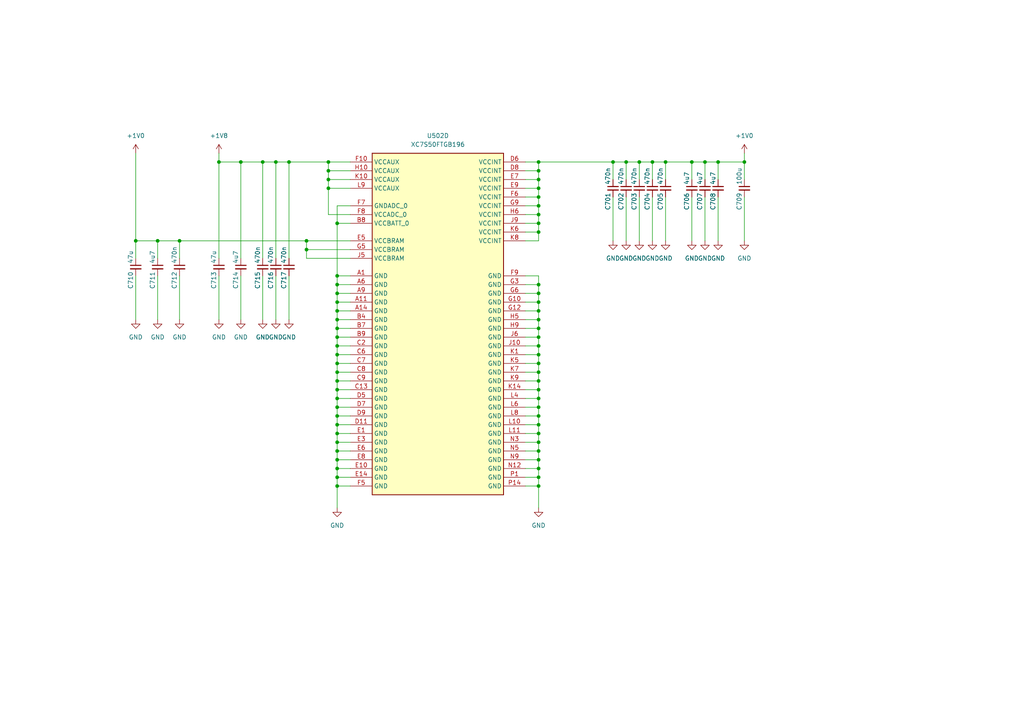
<source format=kicad_sch>
(kicad_sch (version 20250114) (generator "eeschema") (generator_version "9.0")
  (paper "A4")
  (lib_symbols
    (symbol "Device:C_Small" (pin_numbers (hide yes)) (pin_names (offset 0.254) (hide yes))
      (property "Reference" "C" (at 0.254 1.778 0))
      (property "Value" "C_Small" (at 0.254 -2.032 0))
      (symbol "C_Small_0_1"
        (polyline (pts (xy -1.524 0.508) (xy 1.524 0.508)) (stroke (width 0.3048)))
        (polyline (pts (xy -1.524 -0.508) (xy 1.524 -0.508)) (stroke (width 0.3302)))
      )
      (symbol "C_Small_1_1"
        (pin passive line (at 0 2.54 270) (length 2.032) (name "~") (number "1"))
        (pin passive line (at 0 -2.54 90) (length 2.032) (name "~") (number "2"))
      )
    )
    (symbol "FPGA-Devel:XC7S50FTGB196"
      (property "Reference" "U" (at 1.016 -1.524 0))
      (property "Value" "XC7S50FTGB196" (at 30.226 -1.524 0))
      (symbol "XC7S50FTGB196_1_1"
        (rectangle (start 0 129.54) (end 38.1 0) (stroke (width 0.254)) (fill (type background)))
        (pin power_in line (at -6.35 127 0) (length 6.35) (name "VCCO_14") (number "G13"))
        (pin power_in line (at -6.35 124.46 0) (length 6.35) (name "VCCO_14") (number "K13"))
        (pin power_in line (at -6.35 121.92 0) (length 6.35) (name "VCCO_14") (number "N13"))
        (pin bidirectional line (at 44.45 127 180) (length 6.35) (name "IO_0_14") (number "E11"))
        (pin bidirectional line (at 44.45 124.46 180) (length 6.35) (name "IO_L1P_T0_D00_MOSI_14") (number "B11"))
        (pin bidirectional line (at 44.45 121.92 180) (length 6.35) (name "IO_L1N_T0_D01_DIN_14") (number "B12"))
        (pin bidirectional line (at 44.45 119.38 180) (length 6.35) (name "IO_L2P_T0_D02_14") (number "D10"))
        (pin bidirectional line (at 44.45 116.84 180) (length 6.35) (name "IO_L2N_T0_D03_14") (number "C10"))
        (pin bidirectional line (at 44.45 114.3 180) (length 6.35) (name "IO_L3P_T0_DQS_PUDC_B_14") (number "B10"))
        (pin bidirectional line (at 44.45 111.76 180) (length 6.35) (name "IO_L3N_T0_DQS_EMCCLK_14") (number "A10"))
        (pin bidirectional line (at 44.45 109.22 180) (length 6.35) (name "IO_L4P_T0_D04_14") (number "A12"))
        (pin bidirectional line (at 44.45 106.68 180) (length 6.35) (name "IO_L4N_T0_D05_14") (number "A13"))
        (pin bidirectional line (at 44.45 104.14 180) (length 6.35) (name "IO_L5P_T0_D06_14") (number "B13"))
        (pin bidirectional line (at 44.45 101.6 180) (length 6.35) (name "IO_L5N_T0_D07_14") (number "B14"))
        (pin bidirectional line (at 44.45 99.06 180) (length 6.35) (name "IO_L6P_T0_FCS_B_14") (number "C11"))
        (pin bidirectional line (at 44.45 96.52 180) (length 6.35) (name "IO_L6N_T0_D08_VREF_14") (number "C12"))
        (pin bidirectional line (at 44.45 93.98 180) (length 6.35) (name "IO_L7P_T1_D09_14") (number "F12"))
        (pin bidirectional line (at 44.45 91.44 180) (length 6.35) (name "IO_L7N_T1_D10_14") (number "E12"))
        (pin bidirectional line (at 44.45 88.9 180) (length 6.35) (name "IO_L8P_T1_D11_14") (number "D12"))
        (pin bidirectional line (at 44.45 86.36 180) (length 6.35) (name "IO_L8N_T1_D12_14") (number "D13"))
        (pin bidirectional line (at 44.45 83.82 180) (length 6.35) (name "IO_L9P_T1_DQS_14") (number "G14"))
        (pin bidirectional line (at 44.45 81.28 180) (length 6.35) (name "IO_L9N_T1_DQS_D13_14") (number "F14"))
        (pin bidirectional line (at 44.45 78.74 180) (length 6.35) (name "IO_L10P_T1_D14_14") (number "F13"))
        (pin bidirectional line (at 44.45 76.2 180) (length 6.35) (name "IO_L10N_T1_D15_14") (number "E13"))
        (pin bidirectional line (at 44.45 73.66 180) (length 6.35) (name "IO_L11P_T1_SRCC_14") (number "D14"))
        (pin bidirectional line (at 44.45 71.12 180) (length 6.35) (name "IO_L11N_T1_SRCC_14") (number "C14"))
        (pin bidirectional line (at 44.45 68.58 180) (length 6.35) (name "IO_L12P_T1_MRCC_14") (number "G11"))
        (pin bidirectional line (at 44.45 66.04 180) (length 6.35) (name "IO_L12N_T1_MRCC_14") (number "F11"))
        (pin bidirectional line (at 44.45 63.5 180) (length 6.35) (name "IO_L13P_T2_MRCC_14") (number "H11"))
        (pin bidirectional line (at 44.45 60.96 180) (length 6.35) (name "IO_L13N_T2_MRCC_14") (number "H12"))
        (pin bidirectional line (at 44.45 58.42 180) (length 6.35) (name "IO_L14P_T2_SRCC_14") (number "H13"))
        (pin bidirectional line (at 44.45 55.88 180) (length 6.35) (name "IO_L14N_T2_SRCC_14") (number "H14"))
        (pin bidirectional line (at 44.45 53.34 180) (length 6.35) (name "IO_L15P_T2_DQS_RDWR_B_14") (number "M13"))
        (pin bidirectional line (at 44.45 50.8 180) (length 6.35) (name "IO_L15N_T2_DQS_DOUT_CSO_B_14") (number "L14"))
        (pin bidirectional line (at 44.45 48.26 180) (length 6.35) (name "IO_L16P_T2_CSI_B_14") (number "L12"))
        (pin bidirectional line (at 44.45 45.72 180) (length 6.35) (name "IO_L16N_T2_A15_D31_14") (number "L13"))
        (pin bidirectional line (at 44.45 43.18 180) (length 6.35) (name "IO_L17P_T2_A14_D30_14") (number "J11"))
        (pin bidirectional line (at 44.45 40.64 180) (length 6.35) (name "IO_L17N_T2_A13_D29_14") (number "J12"))
        (pin bidirectional line (at 44.45 38.1 180) (length 6.35) (name "IO_L18P_T2_A12_D28_14") (number "J13"))
        (pin bidirectional line (at 44.45 35.56 180) (length 6.35) (name "IO_L18N_T2_A11_D27_14") (number "J14"))
        (pin bidirectional line (at 44.45 33.02 180) (length 6.35) (name "IO_L19P_T3_A10_D26_14") (number "K11"))
        (pin bidirectional line (at 44.45 30.48 180) (length 6.35) (name "IO_L19N_T3_A09_D25_VREF_14") (number "K12"))
        (pin bidirectional line (at 44.45 27.94 180) (length 6.35) (name "IO_L20P_T3_A08_D24_14") (number "M11"))
        (pin bidirectional line (at 44.45 25.4 180) (length 6.35) (name "IO_L20N_T3_A07_D23_14") (number "M12"))
        (pin bidirectional line (at 44.45 22.86 180) (length 6.35) (name "IO_L21P_T3_DQS_14") (number "N14"))
        (pin bidirectional line (at 44.45 20.32 180) (length 6.35) (name "IO_L21N_T3_DQS_A06_D22_14") (number "M14"))
        (pin bidirectional line (at 44.45 17.78 180) (length 6.35) (name "IO_L22P_T3_A05_D21_14") (number "P12"))
        (pin bidirectional line (at 44.45 15.24 180) (length 6.35) (name "IO_L22N_T3_A04_D20_14") (number "P13"))
        (pin bidirectional line (at 44.45 12.7 180) (length 6.35) (name "IO_L23P_T3_A03_D19_14") (number "N10"))
        (pin bidirectional line (at 44.45 10.16 180) (length 6.35) (name "IO_L23N_T3_A02_D18_14") (number "N11"))
        (pin bidirectional line (at 44.45 7.62 180) (length 6.35) (name "IO_L24P_T3_A01_D17_14") (number "P10"))
        (pin bidirectional line (at 44.45 5.08 180) (length 6.35) (name "IO_L24N_T3_A00_D16_14") (number "P11"))
        (pin bidirectional line (at 44.45 2.54 180) (length 6.35) (name "IO_25_14") (number "M10"))
      )
      (symbol "XC7S50FTGB196_2_1"
        (rectangle (start 0 129.54) (end 38.1 0) (stroke (width 0.254)) (fill (type background)))
        (pin power_in line (at -6.35 127 0) (length 6.35) (name "VCCO_34") (number "G2"))
        (pin power_in line (at -6.35 124.46 0) (length 6.35) (name "VCCO_34") (number "K2"))
        (pin power_in line (at -6.35 121.92 0) (length 6.35) (name "VCCO_34") (number "N2"))
        (pin bidirectional line (at 44.45 127 180) (length 6.35) (name "IO_0_34") (number "B6"))
        (pin bidirectional line (at 44.45 124.46 180) (length 6.35) (name "IO_L1P_T0_34") (number "D3"))
        (pin bidirectional line (at 44.45 121.92 180) (length 6.35) (name "IO_L1N_T0_34") (number "C3"))
        (pin bidirectional line (at 44.45 119.38 180) (length 6.35) (name "IO_L2P_T0_34") (number "A4"))
        (pin bidirectional line (at 44.45 116.84 180) (length 6.35) (name "IO_L2N_T0_34") (number "A3"))
        (pin bidirectional line (at 44.45 114.3 180) (length 6.35) (name "IO_L3P_T0_DQS_34") (number "B3"))
        (pin bidirectional line (at 44.45 111.76 180) (length 6.35) (name "IO_L3N_T0_DQS_34") (number "A2"))
        (pin bidirectional line (at 44.45 109.22 180) (length 6.35) (name "IO_L4P_T0_34") (number "B5"))
        (pin bidirectional line (at 44.45 106.68 180) (length 6.35) (name "IO_L4N_T0_34") (number "A5"))
        (pin bidirectional line (at 44.45 104.14 180) (length 6.35) (name "IO_L5P_T0_34") (number "B2"))
        (pin bidirectional line (at 44.45 101.6 180) (length 6.35) (name "IO_L5N_T0_34") (number "B1"))
        (pin bidirectional line (at 44.45 99.06 180) (length 6.35) (name "IO_L6P_T0_34") (number "C5"))
        (pin bidirectional line (at 44.45 96.52 180) (length 6.35) (name "IO_L6N_T0_VREF_34") (number "C4"))
        (pin bidirectional line (at 44.45 93.98 180) (length 6.35) (name "IO_L7P_T1_34") (number "E4"))
        (pin bidirectional line (at 44.45 91.44 180) (length 6.35) (name "IO_L7N_T1_34") (number "D4"))
        (pin bidirectional line (at 44.45 88.9 180) (length 6.35) (name "IO_L8P_T1_34") (number "F3"))
        (pin bidirectional line (at 44.45 86.36 180) (length 6.35) (name "IO_L8N_T1_34") (number "F2"))
        (pin bidirectional line (at 44.45 83.82 180) (length 6.35) (name "IO_L9P_T1_DQS_34") (number "G1"))
        (pin bidirectional line (at 44.45 81.28 180) (length 6.35) (name "IO_L9N_T1_DQS_34") (number "F1"))
        (pin bidirectional line (at 44.45 78.74 180) (length 6.35) (name "IO_L10P_T1_34") (number "E2"))
        (pin bidirectional line (at 44.45 76.2 180) (length 6.35) (name "IO_L10N_T1_34") (number "D2"))
        (pin bidirectional line (at 44.45 73.66 180) (length 6.35) (name "IO_L11P_T1_SRCC_34") (number "D1"))
        (pin bidirectional line (at 44.45 71.12 180) (length 6.35) (name "IO_L11N_T1_SRCC_34") (number "C1"))
        (pin bidirectional line (at 44.45 68.58 180) (length 6.35) (name "IO_L12P_T1_MRCC_34") (number "G4"))
        (pin bidirectional line (at 44.45 66.04 180) (length 6.35) (name "IO_L12N_T1_MRCC_34") (number "F4"))
        (pin bidirectional line (at 44.45 63.5 180) (length 6.35) (name "IO_L13P_T2_MRCC_34") (number "H4"))
        (pin bidirectional line (at 44.45 60.96 180) (length 6.35) (name "IO_L13N_T2_MRCC_34") (number "H3"))
        (pin bidirectional line (at 44.45 58.42 180) (length 6.35) (name "IO_L14P_T2_SRCC_34") (number "H2"))
        (pin bidirectional line (at 44.45 55.88 180) (length 6.35) (name "IO_L14N_T2_SRCC_34") (number "H1"))
        (pin bidirectional line (at 44.45 53.34 180) (length 6.35) (name "IO_L15P_T2_DQS_34") (number "J2"))
        (pin bidirectional line (at 44.45 50.8 180) (length 6.35) (name "IO_L15N_T2_DQS_34") (number "J1"))
        (pin bidirectional line (at 44.45 48.26 180) (length 6.35) (name "IO_L16P_T2_34") (number "K4"))
        (pin bidirectional line (at 44.45 45.72 180) (length 6.35) (name "IO_L16N_T2_34") (number "K3"))
        (pin bidirectional line (at 44.45 43.18 180) (length 6.35) (name "IO_L17P_T2_34") (number "J4"))
        (pin bidirectional line (at 44.45 40.64 180) (length 6.35) (name "IO_L17N_T2_34") (number "J3"))
        (pin bidirectional line (at 44.45 38.1 180) (length 6.35) (name "IO_L18P_T2_34") (number "M1"))
        (pin bidirectional line (at 44.45 35.56 180) (length 6.35) (name "IO_L18N_T2_34") (number "L1"))
        (pin bidirectional line (at 44.45 33.02 180) (length 6.35) (name "IO_L19P_T3_34") (number "M3"))
        (pin bidirectional line (at 44.45 30.48 180) (length 6.35) (name "IO_L19N_T3_VREF_34") (number "M2"))
        (pin bidirectional line (at 44.45 27.94 180) (length 6.35) (name "IO_L20P_T3_34") (number "P2"))
        (pin bidirectional line (at 44.45 25.4 180) (length 6.35) (name "IO_L20N_T3_34") (number "N1"))
        (pin bidirectional line (at 44.45 22.86 180) (length 6.35) (name "IO_L21P_T3_DQS_34") (number "P4"))
        (pin bidirectional line (at 44.45 20.32 180) (length 6.35) (name "IO_L21N_T3_DQS_34") (number "P3"))
        (pin bidirectional line (at 44.45 17.78 180) (length 6.35) (name "IO_L22P_T3_34") (number "L3"))
        (pin bidirectional line (at 44.45 15.24 180) (length 6.35) (name "IO_L22N_T3_34") (number "L2"))
        (pin bidirectional line (at 44.45 12.7 180) (length 6.35) (name "IO_L23P_T3_34") (number "M5"))
        (pin bidirectional line (at 44.45 10.16 180) (length 6.35) (name "IO_L23N_T3_34") (number "M4"))
        (pin bidirectional line (at 44.45 7.62 180) (length 6.35) (name "IO_L24P_T3_34") (number "P5"))
        (pin bidirectional line (at 44.45 5.08 180) (length 6.35) (name "IO_L24N_T3_34") (number "N4"))
        (pin bidirectional line (at 44.45 2.54 180) (length 6.35) (name "IO_25_34") (number "L5"))
      )
      (symbol "XC7S50FTGB196_3_1"
        (rectangle (start 0 63.5) (end 38.1 0) (stroke (width 0.254)) (fill (type background)))
        (pin power_in line (at -6.35 60.96 0) (length 6.35) (name "VCCO_0") (number "N8"))
        (pin power_in line (at -6.35 58.42 0) (length 6.35) (name "VCCO_0") (number "N6"))
        (pin bidirectional line (at 44.45 60.96 180) (length 6.35) (name "TDI_0") (number "P7"))
        (pin bidirectional line (at 44.45 58.42 180) (length 6.35) (name "TDO_0") (number "P6"))
        (pin bidirectional line (at 44.45 55.88 180) (length 6.35) (name "TMS_0") (number "M6"))
        (pin bidirectional line (at 44.45 53.34 180) (length 6.35) (name "TCK_0") (number "A7"))
        (pin bidirectional line (at 44.45 48.26 180) (length 6.35) (name "CCLK_0") (number "A8"))
        (pin bidirectional line (at 44.45 45.72 180) (length 6.35) (name "M0_0") (number "M7"))
        (pin bidirectional line (at 44.45 43.18 180) (length 6.35) (name "M1_0") (number "M8"))
        (pin bidirectional line (at 44.45 40.64 180) (length 6.35) (name "M2_0") (number "M9"))
        (pin bidirectional line (at 44.45 35.56 180) (length 6.35) (name "DONE_0") (number "P9"))
        (pin bidirectional line (at 44.45 33.02 180) (length 6.35) (name "INIT_B_0") (number "P8"))
        (pin bidirectional line (at 44.45 30.48 180) (length 6.35) (name "PROGRAM_B_0") (number "L7"))
        (pin bidirectional line (at 44.45 25.4 180) (length 6.35) (name "CFGBVS_0") (number "N7"))
        (pin bidirectional line (at 44.45 20.32 180) (length 6.35) (name "VP_0") (number "G8"))
        (pin bidirectional line (at 44.45 17.78 180) (length 6.35) (name "VN_0") (number "H7"))
        (pin bidirectional line (at 44.45 12.7 180) (length 6.35) (name "VREFP_0") (number "H8"))
        (pin bidirectional line (at 44.45 10.16 180) (length 6.35) (name "VREFN_0") (number "G7"))
        (pin bidirectional line (at 44.45 5.08 180) (length 6.35) (name "DXP_0") (number "J8"))
        (pin bidirectional line (at 44.45 2.54 180) (length 6.35) (name "DXN_0") (number "J7"))
      )
      (symbol "XC7S50FTGB196_4_1"
        (rectangle (start 0 99.06) (end 38.1 0) (stroke (width 0.254)) (fill (type background)))
        (pin power_in line (at -6.35 96.52 0) (length 6.35) (name "VCCAUX") (number "F10"))
        (pin power_in line (at -6.35 93.98 0) (length 6.35) (name "VCCAUX") (number "H10"))
        (pin power_in line (at -6.35 91.44 0) (length 6.35) (name "VCCAUX") (number "K10"))
        (pin power_in line (at -6.35 88.9 0) (length 6.35) (name "VCCAUX") (number "L9"))
        (pin power_in line (at -6.35 83.82 0) (length 6.35) (name "GNDADC_0") (number "F7"))
        (pin power_in line (at -6.35 81.28 0) (length 6.35) (name "VCCADC_0") (number "F8"))
        (pin power_in line (at -6.35 78.74 0) (length 6.35) (name "VCCBATT_0") (number "B8"))
        (pin power_in line (at -6.35 73.66 0) (length 6.35) (name "VCCBRAM") (number "E5"))
        (pin power_in line (at -6.35 71.12 0) (length 6.35) (name "VCCBRAM") (number "G5"))
        (pin power_in line (at -6.35 68.58 0) (length 6.35) (name "VCCBRAM") (number "J5"))
        (pin power_in line (at -6.35 63.5 0) (length 6.35) (name "GND") (number "A1"))
        (pin power_in line (at -6.35 60.96 0) (length 6.35) (name "GND") (number "A6"))
        (pin power_in line (at -6.35 58.42 0) (length 6.35) (name "GND") (number "A9"))
        (pin power_in line (at -6.35 55.88 0) (length 6.35) (name "GND") (number "A11"))
        (pin power_in line (at -6.35 53.34 0) (length 6.35) (name "GND") (number "A14"))
        (pin power_in line (at -6.35 50.8 0) (length 6.35) (name "GND") (number "B4"))
        (pin power_in line (at -6.35 48.26 0) (length 6.35) (name "GND") (number "B7"))
        (pin power_in line (at -6.35 45.72 0) (length 6.35) (name "GND") (number "B9"))
        (pin power_in line (at -6.35 43.18 0) (length 6.35) (name "GND") (number "C2"))
        (pin power_in line (at -6.35 40.64 0) (length 6.35) (name "GND") (number "C6"))
        (pin power_in line (at -6.35 38.1 0) (length 6.35) (name "GND") (number "C7"))
        (pin power_in line (at -6.35 35.56 0) (length 6.35) (name "GND") (number "C8"))
        (pin power_in line (at -6.35 33.02 0) (length 6.35) (name "GND") (number "C9"))
        (pin power_in line (at -6.35 30.48 0) (length 6.35) (name "GND") (number "C13"))
        (pin power_in line (at -6.35 27.94 0) (length 6.35) (name "GND") (number "D5"))
        (pin power_in line (at -6.35 25.4 0) (length 6.35) (name "GND") (number "D7"))
        (pin power_in line (at -6.35 22.86 0) (length 6.35) (name "GND") (number "D9"))
        (pin power_in line (at -6.35 20.32 0) (length 6.35) (name "GND") (number "D11"))
        (pin power_in line (at -6.35 17.78 0) (length 6.35) (name "GND") (number "E1"))
        (pin power_in line (at -6.35 15.24 0) (length 6.35) (name "GND") (number "E3"))
        (pin power_in line (at -6.35 12.7 0) (length 6.35) (name "GND") (number "E6"))
        (pin power_in line (at -6.35 10.16 0) (length 6.35) (name "GND") (number "E8"))
        (pin power_in line (at -6.35 7.62 0) (length 6.35) (name "GND") (number "E10"))
        (pin power_in line (at -6.35 5.08 0) (length 6.35) (name "GND") (number "E14"))
        (pin power_in line (at -6.35 2.54 0) (length 6.35) (name "GND") (number "F5"))
        (pin power_in line (at 44.45 96.52 180) (length 6.35) (name "VCCINT") (number "D6"))
        (pin power_in line (at 44.45 93.98 180) (length 6.35) (name "VCCINT") (number "D8"))
        (pin power_in line (at 44.45 91.44 180) (length 6.35) (name "VCCINT") (number "E7"))
        (pin power_in line (at 44.45 88.9 180) (length 6.35) (name "VCCINT") (number "E9"))
        (pin power_in line (at 44.45 86.36 180) (length 6.35) (name "VCCINT") (number "F6"))
        (pin power_in line (at 44.45 83.82 180) (length 6.35) (name "VCCINT") (number "G9"))
        (pin power_in line (at 44.45 81.28 180) (length 6.35) (name "VCCINT") (number "H6"))
        (pin power_in line (at 44.45 78.74 180) (length 6.35) (name "VCCINT") (number "J9"))
        (pin power_in line (at 44.45 76.2 180) (length 6.35) (name "VCCINT") (number "K6"))
        (pin power_in line (at 44.45 73.66 180) (length 6.35) (name "VCCINT") (number "K8"))
        (pin power_in line (at 44.45 63.5 180) (length 6.35) (name "GND") (number "F9"))
        (pin power_in line (at 44.45 60.96 180) (length 6.35) (name "GND") (number "G3"))
        (pin power_in line (at 44.45 58.42 180) (length 6.35) (name "GND") (number "G6"))
        (pin power_in line (at 44.45 55.88 180) (length 6.35) (name "GND") (number "G10"))
        (pin power_in line (at 44.45 53.34 180) (length 6.35) (name "GND") (number "G12"))
        (pin power_in line (at 44.45 50.8 180) (length 6.35) (name "GND") (number "H5"))
        (pin power_in line (at 44.45 48.26 180) (length 6.35) (name "GND") (number "H9"))
        (pin power_in line (at 44.45 45.72 180) (length 6.35) (name "GND") (number "J6"))
        (pin power_in line (at 44.45 43.18 180) (length 6.35) (name "GND") (number "J10"))
        (pin power_in line (at 44.45 40.64 180) (length 6.35) (name "GND") (number "K1"))
        (pin power_in line (at 44.45 38.1 180) (length 6.35) (name "GND") (number "K5"))
        (pin power_in line (at 44.45 35.56 180) (length 6.35) (name "GND") (number "K7"))
        (pin power_in line (at 44.45 33.02 180) (length 6.35) (name "GND") (number "K9"))
        (pin power_in line (at 44.45 30.48 180) (length 6.35) (name "GND") (number "K14"))
        (pin power_in line (at 44.45 27.94 180) (length 6.35) (name "GND") (number "L4"))
        (pin power_in line (at 44.45 25.4 180) (length 6.35) (name "GND") (number "L6"))
        (pin power_in line (at 44.45 22.86 180) (length 6.35) (name "GND") (number "L8"))
        (pin power_in line (at 44.45 20.32 180) (length 6.35) (name "GND") (number "L10"))
        (pin power_in line (at 44.45 17.78 180) (length 6.35) (name "GND") (number "L11"))
        (pin power_in line (at 44.45 15.24 180) (length 6.35) (name "GND") (number "N3"))
        (pin power_in line (at 44.45 12.7 180) (length 6.35) (name "GND") (number "N5"))
        (pin power_in line (at 44.45 10.16 180) (length 6.35) (name "GND") (number "N9"))
        (pin power_in line (at 44.45 7.62 180) (length 6.35) (name "GND") (number "N12"))
        (pin power_in line (at 44.45 5.08 180) (length 6.35) (name "GND") (number "P1"))
        (pin power_in line (at 44.45 2.54 180) (length 6.35) (name "GND") (number "P14"))
      )
    )
    (symbol "power:+1V0" (power) (pin_names (offset 0))
      (property "Value" "+1V0" (at 0 3.556 0))
      (symbol "+1V0_0_1"
        (polyline (pts (xy -0.762 1.27) (xy 0 2.54)))
        (polyline (pts (xy 0 2.54) (xy 0.762 1.27)))
        (polyline (pts (xy 0 0) (xy 0 2.54)))
      )
      (symbol "+1V0_1_1"
        (pin power_in line (at 0 0 90) (length 0) (hide yes) (name "+1V0") (number "1"))
      )
    )
    (symbol "power:+1V8" (power) (pin_names (offset 0))
      (property "Value" "+1V8" (at 0 3.556 0))
      (symbol "+1V8_0_1"
        (polyline (pts (xy -0.762 1.27) (xy 0 2.54)))
        (polyline (pts (xy 0 2.54) (xy 0.762 1.27)))
        (polyline (pts (xy 0 0) (xy 0 2.54)))
      )
      (symbol "+1V8_1_1"
        (pin power_in line (at 0 0 90) (length 0) (hide yes) (name "+1V8") (number "1"))
      )
    )
    (symbol "power:GND" (power) (pin_names (offset 0))
      (property "Value" "GND" (at 0 -3.81 0))
      (symbol "GND_0_1"
        (polyline (pts (xy 0 0) (xy 0 -1.27) (xy 1.27 -1.27) (xy 0 -2.54) (xy -1.27 -1.27) (xy 0 -1.27)))
      )
      (symbol "GND_1_1"
        (pin power_in line (at 0 0 270) (length 0) (hide yes) (name "GND") (number "1"))
      )
    )
  )
  (junction (at 88.9 72.39))
  (junction (at 97.79 85.09))
  (junction (at 97.79 125.73))
  (junction (at 88.9 69.85))
  (junction (at 156.21 67.31))
  (junction (at 97.79 138.43))
  (junction (at 156.21 52.07))
  (junction (at 97.79 80.01))
  (junction (at 156.21 62.23))
  (junction (at 156.21 92.71))
  (junction (at 97.79 87.63))
  (junction (at 156.21 113.03))
  (junction (at 156.21 87.63))
  (junction (at 97.79 128.27))
  (junction (at 97.79 140.97))
  (junction (at 83.82 46.99))
  (junction (at 208.28 46.99))
  (junction (at 97.79 123.19))
  (junction (at 97.79 113.03))
  (junction (at 97.79 135.89))
  (junction (at 156.21 128.27))
  (junction (at 97.79 107.95))
  (junction (at 156.21 105.41))
  (junction (at 156.21 46.99))
  (junction (at 215.9 46.99))
  (junction (at 156.21 130.81))
  (junction (at 156.21 97.79))
  (junction (at 204.47 46.99))
  (junction (at 97.79 120.65))
  (junction (at 156.21 54.61))
  (junction (at 193.04 46.99))
  (junction (at 156.21 140.97))
  (junction (at 97.79 95.25))
  (junction (at 97.79 90.17))
  (junction (at 39.37 69.85))
  (junction (at 156.21 85.09))
  (junction (at 63.5 46.99))
  (junction (at 200.66 46.99))
  (junction (at 156.21 138.43))
  (junction (at 156.21 107.95))
  (junction (at 95.25 54.61))
  (junction (at 97.79 82.55))
  (junction (at 177.8 46.99))
  (junction (at 156.21 110.49))
  (junction (at 185.42 46.99))
  (junction (at 156.21 82.55))
  (junction (at 156.21 49.53))
  (junction (at 97.79 102.87))
  (junction (at 80.01 46.99))
  (junction (at 156.21 57.15))
  (junction (at 95.25 52.07))
  (junction (at 97.79 133.35))
  (junction (at 156.21 115.57))
  (junction (at 45.72 69.85))
  (junction (at 97.79 64.77))
  (junction (at 156.21 59.69))
  (junction (at 69.85 46.99))
  (junction (at 156.21 100.33))
  (junction (at 97.79 100.33))
  (junction (at 156.21 120.65))
  (junction (at 156.21 133.35))
  (junction (at 156.21 95.25))
  (junction (at 181.61 46.99))
  (junction (at 97.79 110.49))
  (junction (at 189.23 46.99))
  (junction (at 97.79 105.41))
  (junction (at 76.2 46.99))
  (junction (at 97.79 118.11))
  (junction (at 95.25 46.99))
  (junction (at 156.21 123.19))
  (junction (at 97.79 130.81))
  (junction (at 156.21 64.77))
  (junction (at 156.21 135.89))
  (junction (at 52.07 69.85))
  (junction (at 97.79 97.79))
  (junction (at 156.21 118.11))
  (junction (at 95.25 49.53))
  (junction (at 97.79 115.57))
  (junction (at 156.21 102.87))
  (junction (at 156.21 125.73))
  (junction (at 156.21 90.17))
  (junction (at 97.79 92.71))
  (wire (pts (xy 97.79 110.49) (xy 101.6 110.49)))
  (wire (pts (xy 101.6 62.23) (xy 95.25 62.23)))
  (wire (pts (xy 95.25 46.99) (xy 101.6 46.99)))
  (wire (pts (xy 215.9 57.15) (xy 215.9 69.85)))
  (wire (pts (xy 95.25 49.53) (xy 95.25 46.99)))
  (wire (pts (xy 156.21 100.33) (xy 156.21 97.79)))
  (wire (pts (xy 95.25 52.07) (xy 95.25 49.53)))
  (wire (pts (xy 88.9 72.39) (xy 101.6 72.39)))
  (wire (pts (xy 193.04 46.99) (xy 193.04 52.07)))
  (wire (pts (xy 152.4 64.77) (xy 156.21 64.77)))
  (wire (pts (xy 45.72 69.85) (xy 45.72 74.93)))
  (wire (pts (xy 97.79 102.87) (xy 97.79 105.41)))
  (wire (pts (xy 152.4 46.99) (xy 156.21 46.99)))
  (wire (pts (xy 200.66 46.99) (xy 193.04 46.99)))
  (wire (pts (xy 156.21 82.55) (xy 156.21 80.01)))
  (wire (pts (xy 88.9 72.39) (xy 88.9 74.93)))
  (wire (pts (xy 156.21 128.27) (xy 156.21 125.73)))
  (wire (pts (xy 97.79 105.41) (xy 97.79 107.95)))
  (wire (pts (xy 156.21 125.73) (xy 156.21 123.19)))
  (wire (pts (xy 181.61 46.99) (xy 181.61 52.07)))
  (wire (pts (xy 97.79 87.63) (xy 97.79 90.17)))
  (wire (pts (xy 156.21 67.31) (xy 156.21 64.77)))
  (wire (pts (xy 152.4 69.85) (xy 156.21 69.85)))
  (wire (pts (xy 97.79 125.73) (xy 101.6 125.73)))
  (wire (pts (xy 156.21 87.63) (xy 156.21 85.09)))
  (wire (pts (xy 152.4 54.61) (xy 156.21 54.61)))
  (wire (pts (xy 204.47 46.99) (xy 204.47 52.07)))
  (wire (pts (xy 97.79 138.43) (xy 97.79 140.97)))
  (wire (pts (xy 152.4 57.15) (xy 156.21 57.15)))
  (wire (pts (xy 193.04 46.99) (xy 189.23 46.99)))
  (wire (pts (xy 39.37 69.85) (xy 45.72 69.85)))
  (wire (pts (xy 152.4 95.25) (xy 156.21 95.25)))
  (wire (pts (xy 152.4 62.23) (xy 156.21 62.23)))
  (wire (pts (xy 152.4 135.89) (xy 156.21 135.89)))
  (wire (pts (xy 101.6 59.69) (xy 97.79 59.69)))
  (wire (pts (xy 97.79 100.33) (xy 97.79 102.87)))
  (wire (pts (xy 101.6 80.01) (xy 97.79 80.01)))
  (wire (pts (xy 185.42 46.99) (xy 185.42 52.07)))
  (wire (pts (xy 97.79 140.97) (xy 97.79 147.32)))
  (wire (pts (xy 204.47 46.99) (xy 200.66 46.99)))
  (wire (pts (xy 52.07 80.01) (xy 52.07 92.71)))
  (wire (pts (xy 152.4 92.71) (xy 156.21 92.71)))
  (wire (pts (xy 215.9 46.99) (xy 215.9 44.45)))
  (wire (pts (xy 204.47 57.15) (xy 204.47 69.85)))
  (wire (pts (xy 156.21 107.95) (xy 156.21 105.41)))
  (wire (pts (xy 97.79 82.55) (xy 97.79 85.09)))
  (wire (pts (xy 97.79 120.65) (xy 101.6 120.65)))
  (wire (pts (xy 97.79 135.89) (xy 101.6 135.89)))
  (wire (pts (xy 177.8 46.99) (xy 156.21 46.99)))
  (wire (pts (xy 63.5 46.99) (xy 69.85 46.99)))
  (wire (pts (xy 45.72 69.85) (xy 52.07 69.85)))
  (wire (pts (xy 152.4 128.27) (xy 156.21 128.27)))
  (wire (pts (xy 95.25 54.61) (xy 95.25 52.07)))
  (wire (pts (xy 156.21 102.87) (xy 156.21 100.33)))
  (wire (pts (xy 97.79 95.25) (xy 97.79 97.79)))
  (wire (pts (xy 97.79 140.97) (xy 101.6 140.97)))
  (wire (pts (xy 156.21 97.79) (xy 156.21 95.25)))
  (wire (pts (xy 156.21 120.65) (xy 156.21 118.11)))
  (wire (pts (xy 185.42 57.15) (xy 185.42 69.85)))
  (wire (pts (xy 80.01 80.01) (xy 80.01 92.71)))
  (wire (pts (xy 156.21 110.49) (xy 156.21 107.95)))
  (wire (pts (xy 95.25 52.07) (xy 101.6 52.07)))
  (wire (pts (xy 152.4 123.19) (xy 156.21 123.19)))
  (wire (pts (xy 152.4 138.43) (xy 156.21 138.43)))
  (wire (pts (xy 39.37 80.01) (xy 39.37 92.71)))
  (wire (pts (xy 208.28 57.15) (xy 208.28 69.85)))
  (wire (pts (xy 156.21 92.71) (xy 156.21 90.17)))
  (wire (pts (xy 152.4 105.41) (xy 156.21 105.41)))
  (wire (pts (xy 97.79 97.79) (xy 101.6 97.79)))
  (wire (pts (xy 152.4 133.35) (xy 156.21 133.35)))
  (wire (pts (xy 97.79 115.57) (xy 97.79 118.11)))
  (wire (pts (xy 97.79 82.55) (xy 101.6 82.55)))
  (wire (pts (xy 97.79 64.77) (xy 101.6 64.77)))
  (wire (pts (xy 97.79 107.95) (xy 101.6 107.95)))
  (wire (pts (xy 152.4 52.07) (xy 156.21 52.07)))
  (wire (pts (xy 97.79 100.33) (xy 101.6 100.33)))
  (wire (pts (xy 156.21 57.15) (xy 156.21 54.61)))
  (wire (pts (xy 208.28 46.99) (xy 204.47 46.99)))
  (wire (pts (xy 156.21 118.11) (xy 156.21 115.57)))
  (wire (pts (xy 152.4 80.01) (xy 156.21 80.01)))
  (wire (pts (xy 156.21 69.85) (xy 156.21 67.31)))
  (wire (pts (xy 97.79 102.87) (xy 101.6 102.87)))
  (wire (pts (xy 97.79 85.09) (xy 97.79 87.63)))
  (wire (pts (xy 63.5 46.99) (xy 63.5 44.45)))
  (wire (pts (xy 156.21 123.19) (xy 156.21 120.65)))
  (wire (pts (xy 152.4 67.31) (xy 156.21 67.31)))
  (wire (pts (xy 97.79 80.01) (xy 97.79 82.55)))
  (wire (pts (xy 152.4 140.97) (xy 156.21 140.97)))
  (wire (pts (xy 189.23 57.15) (xy 189.23 69.85)))
  (wire (pts (xy 97.79 123.19) (xy 97.79 125.73)))
  (wire (pts (xy 97.79 115.57) (xy 101.6 115.57)))
  (wire (pts (xy 177.8 57.15) (xy 177.8 69.85)))
  (wire (pts (xy 95.25 49.53) (xy 101.6 49.53)))
  (wire (pts (xy 152.4 82.55) (xy 156.21 82.55)))
  (wire (pts (xy 152.4 110.49) (xy 156.21 110.49)))
  (wire (pts (xy 215.9 46.99) (xy 208.28 46.99)))
  (wire (pts (xy 97.79 125.73) (xy 97.79 128.27)))
  (wire (pts (xy 97.79 87.63) (xy 101.6 87.63)))
  (wire (pts (xy 97.79 138.43) (xy 101.6 138.43)))
  (wire (pts (xy 156.21 133.35) (xy 156.21 130.81)))
  (wire (pts (xy 156.21 115.57) (xy 156.21 113.03)))
  (wire (pts (xy 97.79 90.17) (xy 97.79 92.71)))
  (wire (pts (xy 76.2 46.99) (xy 76.2 74.93)))
  (wire (pts (xy 152.4 115.57) (xy 156.21 115.57)))
  (wire (pts (xy 156.21 62.23) (xy 156.21 59.69)))
  (wire (pts (xy 63.5 80.01) (xy 63.5 92.71)))
  (wire (pts (xy 156.21 54.61) (xy 156.21 52.07)))
  (wire (pts (xy 215.9 46.99) (xy 215.9 52.07)))
  (wire (pts (xy 97.79 110.49) (xy 97.79 113.03)))
  (wire (pts (xy 152.4 59.69) (xy 156.21 59.69)))
  (wire (pts (xy 97.79 59.69) (xy 97.79 64.77)))
  (wire (pts (xy 200.66 46.99) (xy 200.66 52.07)))
  (wire (pts (xy 156.21 135.89) (xy 156.21 133.35)))
  (wire (pts (xy 156.21 138.43) (xy 156.21 135.89)))
  (wire (pts (xy 156.21 105.41) (xy 156.21 102.87)))
  (wire (pts (xy 152.4 87.63) (xy 156.21 87.63)))
  (wire (pts (xy 156.21 64.77) (xy 156.21 62.23)))
  (wire (pts (xy 97.79 113.03) (xy 97.79 115.57)))
  (wire (pts (xy 152.4 102.87) (xy 156.21 102.87)))
  (wire (pts (xy 152.4 49.53) (xy 156.21 49.53)))
  (wire (pts (xy 152.4 97.79) (xy 156.21 97.79)))
  (wire (pts (xy 97.79 64.77) (xy 97.79 80.01)))
  (wire (pts (xy 156.21 49.53) (xy 156.21 46.99)))
  (wire (pts (xy 97.79 130.81) (xy 97.79 133.35)))
  (wire (pts (xy 152.4 125.73) (xy 156.21 125.73)))
  (wire (pts (xy 152.4 113.03) (xy 156.21 113.03)))
  (wire (pts (xy 45.72 80.01) (xy 45.72 92.71)))
  (wire (pts (xy 83.82 46.99) (xy 95.25 46.99)))
  (wire (pts (xy 97.79 113.03) (xy 101.6 113.03)))
  (wire (pts (xy 156.21 130.81) (xy 156.21 128.27)))
  (wire (pts (xy 97.79 118.11) (xy 97.79 120.65)))
  (wire (pts (xy 181.61 57.15) (xy 181.61 69.85)))
  (wire (pts (xy 189.23 46.99) (xy 185.42 46.99)))
  (wire (pts (xy 97.79 92.71) (xy 97.79 95.25)))
  (wire (pts (xy 152.4 100.33) (xy 156.21 100.33)))
  (wire (pts (xy 156.21 140.97) (xy 156.21 138.43)))
  (wire (pts (xy 200.66 57.15) (xy 200.66 69.85)))
  (wire (pts (xy 97.79 97.79) (xy 97.79 100.33)))
  (wire (pts (xy 97.79 135.89) (xy 97.79 138.43)))
  (wire (pts (xy 97.79 105.41) (xy 101.6 105.41)))
  (wire (pts (xy 88.9 69.85) (xy 101.6 69.85)))
  (wire (pts (xy 156.21 95.25) (xy 156.21 92.71)))
  (wire (pts (xy 69.85 80.01) (xy 69.85 92.71)))
  (wire (pts (xy 80.01 46.99) (xy 83.82 46.99)))
  (wire (pts (xy 177.8 46.99) (xy 177.8 52.07)))
  (wire (pts (xy 83.82 80.01) (xy 83.82 92.71)))
  (wire (pts (xy 95.25 62.23) (xy 95.25 54.61)))
  (wire (pts (xy 152.4 130.81) (xy 156.21 130.81)))
  (wire (pts (xy 97.79 90.17) (xy 101.6 90.17)))
  (wire (pts (xy 152.4 90.17) (xy 156.21 90.17)))
  (wire (pts (xy 152.4 118.11) (xy 156.21 118.11)))
  (wire (pts (xy 156.21 147.32) (xy 156.21 140.97)))
  (wire (pts (xy 193.04 57.15) (xy 193.04 69.85)))
  (wire (pts (xy 97.79 107.95) (xy 97.79 110.49)))
  (wire (pts (xy 63.5 46.99) (xy 63.5 74.93)))
  (wire (pts (xy 88.9 69.85) (xy 88.9 72.39)))
  (wire (pts (xy 97.79 120.65) (xy 97.79 123.19)))
  (wire (pts (xy 152.4 120.65) (xy 156.21 120.65)))
  (wire (pts (xy 97.79 118.11) (xy 101.6 118.11)))
  (wire (pts (xy 156.21 59.69) (xy 156.21 57.15)))
  (wire (pts (xy 52.07 69.85) (xy 52.07 74.93)))
  (wire (pts (xy 76.2 80.01) (xy 76.2 92.71)))
  (wire (pts (xy 97.79 123.19) (xy 101.6 123.19)))
  (wire (pts (xy 156.21 85.09) (xy 156.21 82.55)))
  (wire (pts (xy 76.2 46.99) (xy 80.01 46.99)))
  (wire (pts (xy 52.07 69.85) (xy 88.9 69.85)))
  (wire (pts (xy 97.79 128.27) (xy 101.6 128.27)))
  (wire (pts (xy 156.21 90.17) (xy 156.21 87.63)))
  (wire (pts (xy 83.82 46.99) (xy 83.82 74.93)))
  (wire (pts (xy 97.79 85.09) (xy 101.6 85.09)))
  (wire (pts (xy 39.37 44.45) (xy 39.37 69.85)))
  (wire (pts (xy 97.79 133.35) (xy 101.6 133.35)))
  (wire (pts (xy 80.01 46.99) (xy 80.01 74.93)))
  (wire (pts (xy 69.85 46.99) (xy 69.85 74.93)))
  (wire (pts (xy 181.61 46.99) (xy 177.8 46.99)))
  (wire (pts (xy 189.23 46.99) (xy 189.23 52.07)))
  (wire (pts (xy 88.9 74.93) (xy 101.6 74.93)))
  (wire (pts (xy 152.4 107.95) (xy 156.21 107.95)))
  (wire (pts (xy 156.21 113.03) (xy 156.21 110.49)))
  (wire (pts (xy 156.21 52.07) (xy 156.21 49.53)))
  (wire (pts (xy 97.79 130.81) (xy 101.6 130.81)))
  (wire (pts (xy 39.37 69.85) (xy 39.37 74.93)))
  (wire (pts (xy 69.85 46.99) (xy 76.2 46.99)))
  (wire (pts (xy 208.28 46.99) (xy 208.28 52.07)))
  (wire (pts (xy 152.4 85.09) (xy 156.21 85.09)))
  (wire (pts (xy 101.6 54.61) (xy 95.25 54.61)))
  (wire (pts (xy 185.42 46.99) (xy 181.61 46.99)))
  (wire (pts (xy 97.79 92.71) (xy 101.6 92.71)))
  (wire (pts (xy 97.79 128.27) (xy 97.79 130.81)))
  (wire (pts (xy 97.79 95.25) (xy 101.6 95.25)))
  (wire (pts (xy 97.79 133.35) (xy 97.79 135.89)))
  (symbol (lib_id "Device:C_Small") (at 181.61 54.61 0) (unit 1)
    (property "Reference" "C702" (at 180.848 55.88 90) (effects (justify right bottom)))
    (property "Value" "470n" (at 180.848 53.594 90) (effects (justify left bottom)))
    (property "Footprint" "Capacitor_SMD:C_0402_1005Metric" (effects (hide yes)))
    (property "Description" "Unpolarized capacitor, small symbol" (effects (hide yes)))
    (property "Würth" "885012105004" (effects (hide yes)))
  )
  (symbol (lib_id "Device:C_Small") (at 189.23 54.61 0) (unit 1)
    (property "Reference" "C704" (at 188.468 55.88 90) (effects (justify right bottom)))
    (property "Value" "470n" (at 188.468 53.594 90) (effects (justify left bottom)))
    (property "Footprint" "Capacitor_SMD:C_0402_1005Metric" (effects (hide yes)))
    (property "Description" "Unpolarized capacitor, small symbol" (effects (hide yes)))
    (property "Würth" "885012105004" (effects (hide yes)))
  )
  (symbol (lib_id "power:GND") (at 52.07 92.71 0) (unit 1)
    (property "Reference" "#PWR0715" (effects (hide yes)))
    (property "Value" "GND" (at 52.07 97.79 0))
    (property "Description" "Power symbol creates a global label with name \"GND\" , ground" (effects (hide yes)))
  )
  (symbol (lib_id "power:GND") (at 189.23 69.85 0) (unit 1)
    (property "Reference" "#PWR0707" (effects (hide yes)))
    (property "Value" "GND" (at 189.23 74.93 0))
    (property "Description" "Power symbol creates a global label with name \"GND\" , ground" (effects (hide yes)))
  )
  (symbol (lib_id "power:GND") (at 185.42 69.85 0) (unit 1)
    (property "Reference" "#PWR0706" (effects (hide yes)))
    (property "Value" "GND" (at 185.42 74.93 0))
    (property "Description" "Power symbol creates a global label with name \"GND\" , ground" (effects (hide yes)))
  )
  (symbol (lib_id "Device:C_Small") (at 193.04 54.61 0) (unit 1)
    (property "Reference" "C705" (at 192.278 55.88 90) (effects (justify right bottom)))
    (property "Value" "470n" (at 192.278 53.594 90) (effects (justify left bottom)))
    (property "Footprint" "Capacitor_SMD:C_0402_1005Metric" (effects (hide yes)))
    (property "Description" "Unpolarized capacitor, small symbol" (effects (hide yes)))
    (property "Würth" "885012105004" (effects (hide yes)))
  )
  (symbol (lib_id "power:+1V0") (at 39.37 44.45 0) (unit 1)
    (property "Reference" "#PWR0701" (effects (hide yes)))
    (property "Value" "+1V0" (at 39.37 39.37 0))
    (property "Description" "Power symbol creates a global label with name \"+1V0\"" (effects (hide yes)))
  )
  (symbol (lib_id "power:GND") (at 63.5 92.71 0) (unit 1)
    (property "Reference" "#PWR0716" (effects (hide yes)))
    (property "Value" "GND" (at 63.5 97.79 0))
    (property "Description" "Power symbol creates a global label with name \"GND\" , ground" (effects (hide yes)))
  )
  (symbol (lib_id "Device:C_Small") (at 185.42 54.61 0) (unit 1)
    (property "Reference" "C703" (at 184.658 55.88 90) (effects (justify right bottom)))
    (property "Value" "470n" (at 184.658 53.594 90) (effects (justify left bottom)))
    (property "Footprint" "Capacitor_SMD:C_0402_1005Metric" (effects (hide yes)))
    (property "Description" "Unpolarized capacitor, small symbol" (effects (hide yes)))
    (property "Würth" "885012105004" (effects (hide yes)))
  )
  (symbol (lib_id "Device:C_Small") (at 76.2 77.47 0) (unit 1)
    (property "Reference" "C715" (at 75.438 78.74 90) (effects (justify right bottom)))
    (property "Value" "470n" (at 75.438 76.454 90) (effects (justify left bottom)))
    (property "Footprint" "Capacitor_SMD:C_0402_1005Metric" (effects (hide yes)))
    (property "Description" "Unpolarized capacitor, small symbol" (effects (hide yes)))
    (property "Würth" "885012105004" (effects (hide yes)))
  )
  (symbol (lib_id "Device:C_Small") (at 177.8 54.61 0) (unit 1)
    (property "Reference" "C701" (at 177.038 55.88 90) (effects (justify right bottom)))
    (property "Value" "470n" (at 177.038 53.594 90) (effects (justify left bottom)))
    (property "Footprint" "Capacitor_SMD:C_0402_1005Metric" (effects (hide yes)))
    (property "Description" "Unpolarized capacitor, small symbol" (effects (hide yes)))
    (property "Würth" "885012105004" (effects (hide yes)))
  )
  (symbol (lib_id "FPGA-Devel:XC7S50FTGB196") (at 107.95 143.51 0) (unit 4)
    (property "Reference" "U502" (at 127 39.37 0))
    (property "Value" "XC7S50FTGB196" (at 127 41.91 0))
    (property "Footprint" "Package_BGA:Xilinx_FTGB196" (effects (hide yes)))
    (property "Würth" "-" (effects (hide yes)))
  )
  (symbol (lib_id "power:GND") (at 69.85 92.71 0) (unit 1)
    (property "Reference" "#PWR0717" (effects (hide yes)))
    (property "Value" "GND" (at 69.85 97.79 0))
    (property "Description" "Power symbol creates a global label with name \"GND\" , ground" (effects (hide yes)))
  )
  (symbol (lib_id "Device:C_Small") (at 63.5 77.47 0) (unit 1)
    (property "Reference" "C713" (at 62.738 78.74 90) (effects (justify right bottom)))
    (property "Value" "47u" (at 62.738 76.454 90) (effects (justify left bottom)))
    (property "Footprint" "Capacitor_SMD:C_1206_3216Metric" (effects (hide yes)))
    (property "Description" "Unpolarized capacitor, small symbol" (effects (hide yes)))
    (property "Würth" "885012108012" (effects (hide yes)))
  )
  (symbol (lib_id "power:GND") (at 156.21 147.32 0) (unit 1)
    (property "Reference" "#PWR0722" (effects (hide yes)))
    (property "Value" "GND" (at 156.21 152.4 0))
    (property "Description" "Power symbol creates a global label with name \"GND\" , ground" (effects (hide yes)))
  )
  (symbol (lib_id "Device:C_Small") (at 80.01 77.47 0) (unit 1)
    (property "Reference" "C716" (at 79.248 78.74 90) (effects (justify right bottom)))
    (property "Value" "470n" (at 79.248 76.454 90) (effects (justify left bottom)))
    (property "Footprint" "Capacitor_SMD:C_0402_1005Metric" (effects (hide yes)))
    (property "Description" "Unpolarized capacitor, small symbol" (effects (hide yes)))
    (property "Würth" "885012105004" (effects (hide yes)))
  )
  (symbol (lib_id "power:GND") (at 76.2 92.71 0) (unit 1)
    (property "Reference" "#PWR0718" (effects (hide yes)))
    (property "Value" "GND" (at 76.2 97.79 0))
    (property "Description" "Power symbol creates a global label with name \"GND\" , ground" (effects (hide yes)))
  )
  (symbol (lib_id "Device:C_Small") (at 215.9 54.61 0) (unit 1)
    (property "Reference" "C709" (at 215.138 55.88 90) (effects (justify right bottom)))
    (property "Value" "100u" (at 215.138 53.594 90) (effects (justify left bottom)))
    (property "Footprint" "Capacitor_SMD:C_1206_3216Metric" (effects (hide yes)))
    (property "Description" "Unpolarized capacitor, small symbol" (effects (hide yes)))
    (property "Würth" "885012108005" (effects (hide yes)))
  )
  (symbol (lib_id "power:+1V8") (at 63.5 44.45 0) (unit 1)
    (property "Reference" "#PWR0702" (effects (hide yes)))
    (property "Value" "+1V8" (at 63.5 39.37 0))
    (property "Description" "Power symbol creates a global label with name \"+1V8\"" (effects (hide yes)))
  )
  (symbol (lib_id "Device:C_Small") (at 39.37 77.47 0) (unit 1)
    (property "Reference" "C710" (at 38.608 78.74 90) (effects (justify right bottom)))
    (property "Value" "47u" (at 38.608 76.454 90) (effects (justify left bottom)))
    (property "Footprint" "Capacitor_SMD:C_1206_3216Metric" (effects (hide yes)))
    (property "Description" "Unpolarized capacitor, small symbol" (effects (hide yes)))
    (property "Würth" "885012108012" (effects (hide yes)))
  )
  (symbol (lib_id "power:+1V0") (at 215.9 44.45 0) (unit 1)
    (property "Reference" "#PWR0703" (effects (hide yes)))
    (property "Value" "+1V0" (at 215.9 39.37 0))
    (property "Description" "Power symbol creates a global label with name \"+1V0\"" (effects (hide yes)))
  )
  (symbol (lib_id "power:GND") (at 215.9 69.85 0) (unit 1)
    (property "Reference" "#PWR0712" (effects (hide yes)))
    (property "Value" "GND" (at 215.9 74.93 0))
    (property "Description" "Power symbol creates a global label with name \"GND\" , ground" (effects (hide yes)))
  )
  (symbol (lib_id "Device:C_Small") (at 200.66 54.61 0) (unit 1)
    (property "Reference" "C706" (at 199.898 55.88 90) (effects (justify right bottom)))
    (property "Value" "4u7" (at 199.898 53.594 90) (effects (justify left bottom)))
    (property "Footprint" "Capacitor_SMD:C_0603_1608Metric" (effects (hide yes)))
    (property "Description" "Unpolarized capacitor, small symbol" (effects (hide yes)))
    (property "Würth" "885012106005" (effects (hide yes)))
  )
  (symbol (lib_id "power:GND") (at 200.66 69.85 0) (unit 1)
    (property "Reference" "#PWR0709" (effects (hide yes)))
    (property "Value" "GND" (at 200.66 74.93 0))
    (property "Description" "Power symbol creates a global label with name \"GND\" , ground" (effects (hide yes)))
  )
  (symbol (lib_id "Device:C_Small") (at 83.82 77.47 0) (unit 1)
    (property "Reference" "C717" (at 83.058 78.74 90) (effects (justify right bottom)))
    (property "Value" "470n" (at 83.058 76.454 90) (effects (justify left bottom)))
    (property "Footprint" "Capacitor_SMD:C_0402_1005Metric" (effects (hide yes)))
    (property "Description" "Unpolarized capacitor, small symbol" (effects (hide yes)))
    (property "Würth" "885012105004" (effects (hide yes)))
  )
  (symbol (lib_id "power:GND") (at 45.72 92.71 0) (unit 1)
    (property "Reference" "#PWR0714" (effects (hide yes)))
    (property "Value" "GND" (at 45.72 97.79 0))
    (property "Description" "Power symbol creates a global label with name \"GND\" , ground" (effects (hide yes)))
  )
  (symbol (lib_id "power:GND") (at 97.79 147.32 0) (unit 1)
    (property "Reference" "#PWR0721" (effects (hide yes)))
    (property "Value" "GND" (at 97.79 152.4 0))
    (property "Description" "Power symbol creates a global label with name \"GND\" , ground" (effects (hide yes)))
  )
  (symbol (lib_id "power:GND") (at 80.01 92.71 0) (unit 1)
    (property "Reference" "#PWR0719" (effects (hide yes)))
    (property "Value" "GND" (at 80.01 97.79 0))
    (property "Description" "Power symbol creates a global label with name \"GND\" , ground" (effects (hide yes)))
  )
  (symbol (lib_id "power:GND") (at 204.47 69.85 0) (unit 1)
    (property "Reference" "#PWR0710" (effects (hide yes)))
    (property "Value" "GND" (at 204.47 74.93 0))
    (property "Description" "Power symbol creates a global label with name \"GND\" , ground" (effects (hide yes)))
  )
  (symbol (lib_id "Device:C_Small") (at 52.07 77.47 0) (unit 1)
    (property "Reference" "C712" (at 51.308 78.74 90) (effects (justify right bottom)))
    (property "Value" "470n" (at 51.308 76.454 90) (effects (justify left bottom)))
    (property "Footprint" "Capacitor_SMD:C_0402_1005Metric" (effects (hide yes)))
    (property "Description" "Unpolarized capacitor, small symbol" (effects (hide yes)))
    (property "Würth" "885012105004" (effects (hide yes)))
  )
  (symbol (lib_id "Device:C_Small") (at 45.72 77.47 0) (unit 1)
    (property "Reference" "C711" (at 44.958 78.74 90) (effects (justify right bottom)))
    (property "Value" "4u7" (at 44.958 76.454 90) (effects (justify left bottom)))
    (property "Footprint" "Capacitor_SMD:C_0603_1608Metric" (effects (hide yes)))
    (property "Description" "Unpolarized capacitor, small symbol" (effects (hide yes)))
    (property "Würth" "885012106005" (effects (hide yes)))
  )
  (symbol (lib_id "power:GND") (at 193.04 69.85 0) (unit 1)
    (property "Reference" "#PWR0708" (effects (hide yes)))
    (property "Value" "GND" (at 193.04 74.93 0))
    (property "Description" "Power symbol creates a global label with name \"GND\" , ground" (effects (hide yes)))
  )
  (symbol (lib_id "Device:C_Small") (at 208.28 54.61 0) (unit 1)
    (property "Reference" "C708" (at 207.518 55.88 90) (effects (justify right bottom)))
    (property "Value" "4u7" (at 207.518 53.594 90) (effects (justify left bottom)))
    (property "Footprint" "Capacitor_SMD:C_0603_1608Metric" (effects (hide yes)))
    (property "Description" "Unpolarized capacitor, small symbol" (effects (hide yes)))
    (property "Würth" "885012106005" (effects (hide yes)))
  )
  (symbol (lib_id "power:GND") (at 181.61 69.85 0) (unit 1)
    (property "Reference" "#PWR0705" (effects (hide yes)))
    (property "Value" "GND" (at 181.61 74.93 0))
    (property "Description" "Power symbol creates a global label with name \"GND\" , ground" (effects (hide yes)))
  )
  (symbol (lib_id "Device:C_Small") (at 69.85 77.47 0) (unit 1)
    (property "Reference" "C714" (at 69.088 78.74 90) (effects (justify right bottom)))
    (property "Value" "4u7" (at 69.088 76.454 90) (effects (justify left bottom)))
    (property "Footprint" "Capacitor_SMD:C_0603_1608Metric" (effects (hide yes)))
    (property "Description" "Unpolarized capacitor, small symbol" (effects (hide yes)))
    (property "Würth" "885012106005" (effects (hide yes)))
  )
  (symbol (lib_id "Device:C_Small") (at 204.47 54.61 0) (unit 1)
    (property "Reference" "C707" (at 203.708 55.88 90) (effects (justify right bottom)))
    (property "Value" "4u7" (at 203.708 53.594 90) (effects (justify left bottom)))
    (property "Footprint" "Capacitor_SMD:C_0603_1608Metric" (effects (hide yes)))
    (property "Description" "Unpolarized capacitor, small symbol" (effects (hide yes)))
    (property "Würth" "885012106005" (effects (hide yes)))
  )
  (symbol (lib_id "power:GND") (at 208.28 69.85 0) (unit 1)
    (property "Reference" "#PWR0711" (effects (hide yes)))
    (property "Value" "GND" (at 208.28 74.93 0))
    (property "Description" "Power symbol creates a global label with name \"GND\" , ground" (effects (hide yes)))
  )
  (symbol (lib_id "power:GND") (at 83.82 92.71 0) (unit 1)
    (property "Reference" "#PWR0720" (effects (hide yes)))
    (property "Value" "GND" (at 83.82 97.79 0))
    (property "Description" "Power symbol creates a global label with name \"GND\" , ground" (effects (hide yes)))
  )
  (symbol (lib_id "power:GND") (at 39.37 92.71 0) (unit 1)
    (property "Reference" "#PWR0713" (effects (hide yes)))
    (property "Value" "GND" (at 39.37 97.79 0))
    (property "Description" "Power symbol creates a global label with name \"GND\" , ground" (effects (hide yes)))
  )
  (symbol (lib_id "power:GND") (at 177.8 69.85 0) (unit 1)
    (property "Reference" "#PWR0704" (effects (hide yes)))
    (property "Value" "GND" (at 177.8 74.93 0))
    (property "Description" "Power symbol creates a global label with name \"GND\" , ground" (effects (hide yes)))
  )
)
</source>
